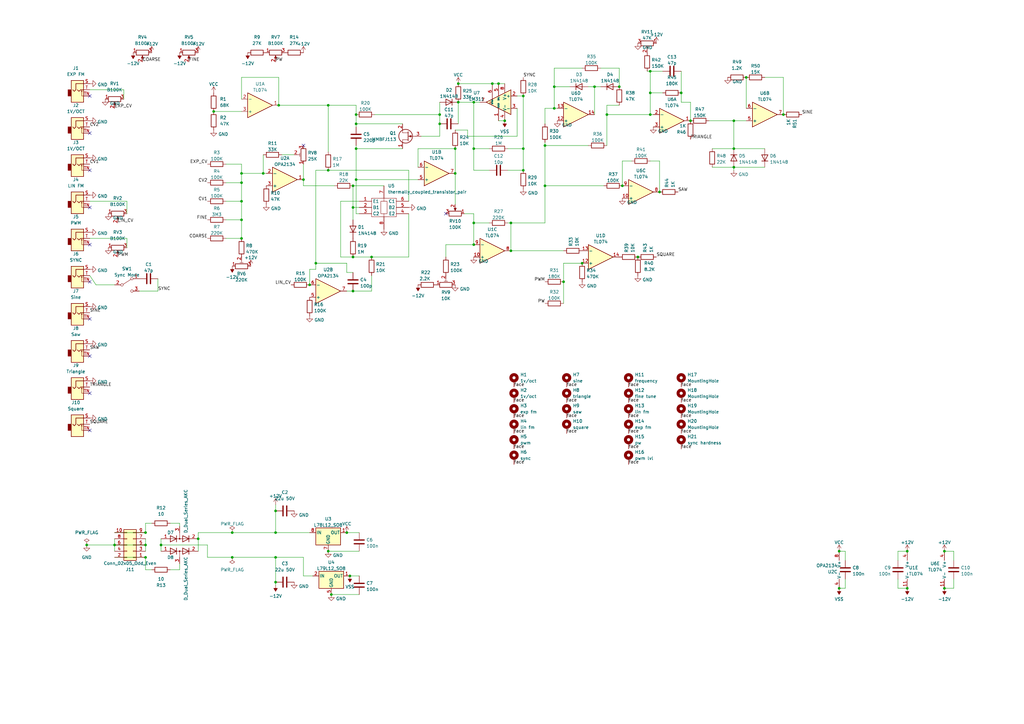
<source format=kicad_sch>
(kicad_sch (version 20230121) (generator eeschema)
  (paper "A3")
  (junction (at 387.35 241.3))
  (junction (at 227.33 35.56))
  (junction (at 186.69 60.96))
  (junction (at 144.78 85.09))
  (junction (at 152.4 105.41))
  (junction (at 107.95 71.12))
  (junction (at 223.52 76.2))
  (junction (at 321.31 46.99))
  (junction (at 227.33 44.45))
  (junction (at 266.7 38.1))
  (junction (at 81.28 220.98))
  (junction (at 134.62 226.06))
  (junction (at 59.69 223.52))
  (junction (at 194.31 60.96))
  (junction (at 214.63 60.96))
  (junction (at 214.63 69.85))
  (junction (at 209.55 91.44))
  (junction (at 134.62 43.18))
  (junction (at 59.69 218.44))
  (junction (at 114.3 43.18))
  (junction (at 144.78 76.2))
  (junction (at 344.17 226.06))
  (junction (at 194.31 100.33))
  (junction (at 99.06 97.79))
  (junction (at 95.25 228.6))
  (junction (at 300.99 49.53))
  (junction (at 144.78 119.38))
  (junction (at 180.34 50.8))
  (junction (at 99.06 71.12))
  (junction (at 387.35 226.06))
  (junction (at 146.05 60.96))
  (junction (at 135.89 243.84))
  (junction (at 266.7 29.21))
  (junction (at 204.47 34.29))
  (junction (at 146.05 46.99))
  (junction (at 254 35.56))
  (junction (at 113.03 218.44))
  (junction (at 180.34 46.99))
  (junction (at 127 116.84))
  (junction (at 113.03 228.6))
  (junction (at 187.96 41.91))
  (junction (at 59.69 228.6))
  (junction (at 99.06 90.17))
  (junction (at 270.51 78.74))
  (junction (at 113.03 238.76))
  (junction (at 144.78 105.41))
  (junction (at 300.99 68.58))
  (junction (at 46.99 223.52))
  (junction (at 142.24 218.44))
  (junction (at 124.46 73.66))
  (junction (at 87.63 45.72))
  (junction (at 238.76 107.95))
  (junction (at 99.06 82.55))
  (junction (at 243.84 35.56))
  (junction (at 143.51 236.22))
  (junction (at 372.11 241.3))
  (junction (at 214.63 39.37))
  (junction (at 187.96 34.29))
  (junction (at 223.52 59.69))
  (junction (at 248.92 46.99))
  (junction (at 129.54 107.95))
  (junction (at 146.05 73.66))
  (junction (at 261.62 105.41))
  (junction (at 186.69 71.12))
  (junction (at 194.31 91.44))
  (junction (at 255.27 76.2))
  (junction (at 300.99 60.96))
  (junction (at 95.25 218.44))
  (junction (at 207.01 49.53))
  (junction (at 306.07 31.75))
  (junction (at 201.93 34.29))
  (junction (at 266.7 46.99))
  (junction (at 35.56 223.52))
  (junction (at 372.11 226.06))
  (junction (at 99.06 74.93))
  (junction (at 134.62 69.85))
  (junction (at 283.21 49.53))
  (junction (at 146.05 50.8))
  (junction (at 66.04 223.52))
  (junction (at 279.4 38.1))
  (junction (at 194.31 41.91))
  (junction (at 344.17 241.3))
  (junction (at 209.55 102.87))
  (junction (at 113.03 209.55))
  (junction (at 231.14 115.57))
  (no_connect (at 36.83 146.05))
  (no_connect (at 36.83 100.33))
  (no_connect (at 36.83 130.81))
  (no_connect (at 36.83 85.09))
  (no_connect (at 36.83 39.37))
  (no_connect (at 182.88 87.63))
  (no_connect (at 36.83 176.53))
  (no_connect (at 36.83 115.57))
  (no_connect (at 124.46 59.69))
  (no_connect (at 36.83 69.85))
  (no_connect (at 36.83 54.61))
  (no_connect (at 36.83 161.29))
  (wire (pts (xy 59.69 233.68) (xy 59.69 228.6)))
  (wire (pts (xy 36.83 82.55) (xy 52.07 82.55)))
  (wire (pts (xy 134.62 43.18) (xy 114.3 43.18)))
  (wire (pts (xy 144.78 105.41) (xy 152.4 105.41)))
  (wire (pts (xy 129.54 110.49) (xy 127 110.49)))
  (wire (pts (xy 134.62 226.06) (xy 147.32 226.06)))
  (wire (pts (xy 127 110.49) (xy 127 116.84)))
  (wire (pts (xy 186.69 60.96) (xy 186.69 71.12)))
  (wire (pts (xy 146.05 50.8) (xy 146.05 46.99)))
  (wire (pts (xy 73.66 214.63) (xy 73.66 215.9)))
  (wire (pts (xy 204.47 34.29) (xy 207.01 34.29)))
  (wire (pts (xy 248.92 43.18) (xy 254 43.18)))
  (wire (pts (xy 107.95 71.12) (xy 109.22 71.12)))
  (wire (pts (xy 233.68 35.56) (xy 227.33 35.56)))
  (wire (pts (xy 36.83 36.83) (xy 50.8 36.83)))
  (wire (pts (xy 368.3 241.3) (xy 372.11 241.3)))
  (wire (pts (xy 152.4 105.41) (xy 167.64 105.41)))
  (wire (pts (xy 144.78 111.76) (xy 142.24 111.76)))
  (wire (pts (xy 279.4 41.91) (xy 283.21 41.91)))
  (wire (pts (xy 182.88 105.41) (xy 182.88 100.33)))
  (wire (pts (xy 180.34 55.88) (xy 172.72 55.88)))
  (wire (pts (xy 212.09 55.88) (xy 191.77 55.88)))
  (wire (pts (xy 39.37 116.84) (xy 46.99 116.84)))
  (wire (pts (xy 39.37 116.84) (xy 36.83 113.03)))
  (wire (pts (xy 209.55 91.44) (xy 209.55 102.87)))
  (wire (pts (xy 134.62 69.85) (xy 129.54 69.85)))
  (wire (pts (xy 279.4 38.1) (xy 279.4 41.91)))
  (wire (pts (xy 36.83 97.79) (xy 52.07 97.79)))
  (wire (pts (xy 306.07 31.75) (xy 306.07 44.45)))
  (wire (pts (xy 69.85 214.63) (xy 73.66 214.63)))
  (wire (pts (xy 391.16 226.06) (xy 387.35 226.06)))
  (wire (pts (xy 115.57 63.5) (xy 120.65 63.5)))
  (wire (pts (xy 69.85 233.68) (xy 73.66 233.68)))
  (wire (pts (xy 300.99 49.53) (xy 306.07 49.53)))
  (wire (pts (xy 292.1 68.58) (xy 300.99 68.58)))
  (wire (pts (xy 238.76 27.94) (xy 227.33 27.94)))
  (wire (pts (xy 81.28 218.44) (xy 95.25 218.44)))
  (wire (pts (xy 85.09 228.6) (xy 95.25 228.6)))
  (wire (pts (xy 191.77 53.34) (xy 186.69 53.34)))
  (wire (pts (xy 223.52 76.2) (xy 247.65 76.2)))
  (wire (pts (xy 52.07 97.79) (xy 52.07 101.6)))
  (wire (pts (xy 186.69 71.12) (xy 186.69 83.82)))
  (wire (pts (xy 87.63 45.72) (xy 99.06 45.72)))
  (wire (pts (xy 113.03 238.76) (xy 113.03 240.03)))
  (wire (pts (xy 113.03 218.44) (xy 127 218.44)))
  (wire (pts (xy 270.51 66.04) (xy 266.7 66.04)))
  (wire (pts (xy 254 27.94) (xy 246.38 27.94)))
  (wire (pts (xy 313.69 31.75) (xy 321.31 31.75)))
  (wire (pts (xy 194.31 60.96) (xy 200.66 60.96)))
  (wire (pts (xy 391.16 241.3) (xy 387.35 241.3)))
  (wire (pts (xy 254 35.56) (xy 254 27.94)))
  (wire (pts (xy 227.33 27.94) (xy 227.33 35.56)))
  (wire (pts (xy 231.14 115.57) (xy 231.14 107.95)))
  (wire (pts (xy 62.23 214.63) (xy 59.69 214.63)))
  (wire (pts (xy 167.64 105.41) (xy 167.64 87.63)))
  (wire (pts (xy 144.78 119.38) (xy 152.4 119.38)))
  (wire (pts (xy 142.24 107.95) (xy 129.54 107.95)))
  (wire (pts (xy 214.63 39.37) (xy 214.63 60.96)))
  (wire (pts (xy 81.28 218.44) (xy 81.28 220.98)))
  (wire (pts (xy 92.71 97.79) (xy 99.06 97.79)))
  (wire (pts (xy 92.71 82.55) (xy 99.06 82.55)))
  (wire (pts (xy 146.05 73.66) (xy 171.45 73.66)))
  (wire (pts (xy 62.23 233.68) (xy 59.69 233.68)))
  (wire (pts (xy 85.09 223.52) (xy 85.09 228.6)))
  (wire (pts (xy 129.54 69.85) (xy 129.54 107.95)))
  (wire (pts (xy 144.78 76.2) (xy 144.78 85.09)))
  (wire (pts (xy 99.06 71.12) (xy 107.95 71.12)))
  (wire (pts (xy 147.32 82.55) (xy 139.7 82.55)))
  (wire (pts (xy 270.51 78.74) (xy 270.51 66.04)))
  (wire (pts (xy 46.99 228.6) (xy 59.69 228.6)))
  (wire (pts (xy 191.77 55.88) (xy 191.77 53.34)))
  (wire (pts (xy 266.7 29.21) (xy 271.78 29.21)))
  (wire (pts (xy 128.27 236.22) (xy 124.46 236.22)))
  (wire (pts (xy 137.16 76.2) (xy 124.46 76.2)))
  (wire (pts (xy 99.06 90.17) (xy 99.06 97.79)))
  (wire (pts (xy 187.96 41.91) (xy 187.96 50.8)))
  (wire (pts (xy 190.5 87.63) (xy 194.31 87.63)))
  (wire (pts (xy 290.83 49.53) (xy 300.99 49.53)))
  (wire (pts (xy 147.32 87.63) (xy 146.05 87.63)))
  (wire (pts (xy 92.71 74.93) (xy 99.06 74.93)))
  (wire (pts (xy 99.06 67.31) (xy 99.06 71.12)))
  (wire (pts (xy 146.05 43.18) (xy 134.62 43.18)))
  (wire (pts (xy 300.99 68.58) (xy 313.69 68.58)))
  (wire (pts (xy 194.31 41.91) (xy 196.85 41.91)))
  (wire (pts (xy 113.03 228.6) (xy 113.03 238.76)))
  (wire (pts (xy 99.06 71.12) (xy 99.06 74.93)))
  (wire (pts (xy 194.31 69.85) (xy 194.31 60.96)))
  (wire (pts (xy 214.63 60.96) (xy 214.63 69.85)))
  (wire (pts (xy 142.24 119.38) (xy 144.78 119.38)))
  (wire (pts (xy 201.93 34.29) (xy 204.47 34.29)))
  (wire (pts (xy 66.04 223.52) (xy 85.09 223.52)))
  (wire (pts (xy 227.33 35.56) (xy 227.33 44.45)))
  (wire (pts (xy 99.06 31.75) (xy 114.3 31.75)))
  (wire (pts (xy 187.96 41.91) (xy 194.31 41.91)))
  (wire (pts (xy 59.69 214.63) (xy 59.69 218.44)))
  (wire (pts (xy 212.09 44.45) (xy 212.09 55.88)))
  (wire (pts (xy 64.77 119.38) (xy 64.77 114.3)))
  (wire (pts (xy 346.71 237.49) (xy 346.71 241.3)))
  (wire (pts (xy 391.16 237.49) (xy 391.16 241.3)))
  (wire (pts (xy 391.16 229.87) (xy 391.16 226.06)))
  (wire (pts (xy 73.66 233.68) (xy 73.66 231.14)))
  (wire (pts (xy 248.92 46.99) (xy 266.7 46.99)))
  (wire (pts (xy 368.3 226.06) (xy 372.11 226.06)))
  (wire (pts (xy 124.46 236.22) (xy 124.46 228.6)))
  (wire (pts (xy 46.99 220.98) (xy 46.99 223.52)))
  (wire (pts (xy 171.45 68.58) (xy 171.45 60.96)))
  (wire (pts (xy 152.4 119.38) (xy 152.4 113.03)))
  (wire (pts (xy 153.67 46.99) (xy 180.34 46.99)))
  (wire (pts (xy 113.03 209.55) (xy 113.03 218.44)))
  (wire (pts (xy 187.96 34.29) (xy 201.93 34.29)))
  (wire (pts (xy 241.3 59.69) (xy 223.52 59.69)))
  (wire (pts (xy 99.06 74.93) (xy 99.06 82.55)))
  (wire (pts (xy 194.31 87.63) (xy 194.31 91.44)))
  (wire (pts (xy 283.21 41.91) (xy 283.21 49.53)))
  (wire (pts (xy 146.05 60.96) (xy 165.1 60.96)))
  (wire (pts (xy 227.33 44.45) (xy 228.6 44.45)))
  (wire (pts (xy 171.45 60.96) (xy 186.69 60.96)))
  (wire (pts (xy 46.99 223.52) (xy 46.99 226.06)))
  (wire (pts (xy 52.07 82.55) (xy 52.07 87.63)))
  (wire (pts (xy 368.3 229.87) (xy 368.3 226.06)))
  (wire (pts (xy 134.62 62.23) (xy 134.62 43.18)))
  (wire (pts (xy 300.99 68.58) (xy 300.99 69.85)))
  (wire (pts (xy 46.99 218.44) (xy 59.69 218.44)))
  (wire (pts (xy 243.84 35.56) (xy 246.38 35.56)))
  (wire (pts (xy 142.24 218.44) (xy 147.32 218.44)))
  (wire (pts (xy 209.55 102.87) (xy 231.14 102.87)))
  (wire (pts (xy 248.92 59.69) (xy 248.92 46.99)))
  (wire (pts (xy 95.25 218.44) (xy 113.03 218.44)))
  (wire (pts (xy 243.84 35.56) (xy 243.84 46.99)))
  (wire (pts (xy 223.52 58.42) (xy 223.52 59.69)))
  (wire (pts (xy 204.47 49.53) (xy 207.01 49.53)))
  (wire (pts (xy 66.04 223.52) (xy 66.04 226.06)))
  (wire (pts (xy 95.25 228.6) (xy 113.03 228.6)))
  (wire (pts (xy 248.92 46.99) (xy 248.92 43.18)))
  (wire (pts (xy 135.89 243.84) (xy 147.32 243.84)))
  (wire (pts (xy 214.63 69.85) (xy 208.28 69.85)))
  (wire (pts (xy 321.31 31.75) (xy 321.31 46.99)))
  (wire (pts (xy 113.03 207.01) (xy 113.03 209.55)))
  (wire (pts (xy 265.43 29.21) (xy 266.7 29.21)))
  (wire (pts (xy 57.15 119.38) (xy 64.77 119.38)))
  (wire (pts (xy 146.05 60.96) (xy 146.05 73.66)))
  (wire (pts (xy 50.8 36.83) (xy 50.8 40.64)))
  (wire (pts (xy 146.05 50.8) (xy 165.1 50.8)))
  (wire (pts (xy 35.56 223.52) (xy 46.99 223.52)))
  (wire (pts (xy 208.28 91.44) (xy 209.55 91.44)))
  (wire (pts (xy 194.31 91.44) (xy 200.66 91.44)))
  (wire (pts (xy 144.78 85.09) (xy 144.78 90.17)))
  (wire (pts (xy 300.99 60.96) (xy 313.69 60.96)))
  (wire (pts (xy 346.71 229.87) (xy 346.71 226.06)))
  (wire (pts (xy 266.7 29.21) (xy 266.7 38.1)))
  (wire (pts (xy 139.7 105.41) (xy 144.78 105.41)))
  (wire (pts (xy 167.64 69.85) (xy 134.62 69.85)))
  (wire (pts (xy 346.71 226.06) (xy 344.17 226.06)))
  (wire (pts (xy 107.95 63.5) (xy 107.95 71.12)))
  (wire (pts (xy 157.48 76.2) (xy 144.78 76.2)))
  (wire (pts (xy 279.4 29.21) (xy 279.4 38.1)))
  (wire (pts (xy 142.24 111.76) (xy 142.24 107.95)))
  (wire (pts (xy 146.05 59.69) (xy 146.05 60.96)))
  (wire (pts (xy 266.7 46.99) (xy 267.97 46.99)))
  (wire (pts (xy 124.46 67.31) (xy 124.46 73.66)))
  (wire (pts (xy 99.06 40.64) (xy 99.06 31.75)))
  (wire (pts (xy 200.66 69.85) (xy 194.31 69.85)))
  (wire (pts (xy 113.03 228.6) (xy 124.46 228.6)))
  (wire (pts (xy 231.14 115.57) (xy 231.14 124.46)))
  (wire (pts (xy 180.34 46.99) (xy 180.34 50.8)))
  (wire (pts (xy 167.64 82.55) (xy 167.64 69.85)))
  (wire (pts (xy 139.7 82.55) (xy 139.7 105.41)))
  (wire (pts (xy 99.06 82.55) (xy 99.06 90.17)))
  (wire (pts (xy 146.05 46.99) (xy 146.05 43.18)))
  (wire (pts (xy 241.3 35.56) (xy 243.84 35.56)))
  (wire (pts (xy 223.52 76.2) (xy 223.52 91.44)))
  (wire (pts (xy 223.52 44.45) (xy 227.33 44.45)))
  (wire (pts (xy 223.52 59.69) (xy 223.52 76.2)))
  (wire (pts (xy 266.7 38.1) (xy 271.78 38.1)))
  (wire (pts (xy 194.31 91.44) (xy 194.31 100.33)))
  (wire (pts (xy 81.28 220.98) (xy 81.28 226.06)))
  (wire (pts (xy 266.7 38.1) (xy 266.7 46.99)))
  (wire (pts (xy 255.27 66.04) (xy 255.27 76.2)))
  (wire (pts (xy 259.08 66.04) (xy 255.27 66.04)))
  (wire (pts (xy 59.69 223.52) (xy 59.69 226.06)))
  (wire (pts (xy 66.04 220.98) (xy 66.04 223.52)))
  (wire (pts (xy 292.1 60.96) (xy 300.99 60.96)))
  (wire (pts (xy 182.88 100.33) (xy 194.31 100.33)))
  (wire (pts (xy 147.32 85.09) (xy 144.78 85.09)))
  (wire (pts (xy 92.71 90.17) (xy 99.06 90.17)))
  (wire (pts (xy 231.14 107.95) (xy 238.76 107.95)))
  (wire (pts (xy 346.71 241.3) (xy 344.17 241.3)))
  (wire (pts (xy 146.05 73.66) (xy 146.05 87.63)))
  (wire (pts (xy 59.69 220.98) (xy 59.69 223.52)))
  (wire (pts (xy 223.52 50.8) (xy 223.52 44.45)))
  (wire (pts (xy 368.3 237.49) (xy 368.3 241.3)))
  (wire (pts (xy 212.09 39.37) (xy 214.63 39.37)))
  (wire (pts (xy 208.28 60.96) (xy 214.63 60.96)))
  (wire (pts (xy 194.31 60.96) (xy 194.31 41.91)))
  (wire (pts (xy 129.54 107.95) (xy 129.54 110.49)))
  (wire (pts (xy 146.05 52.07) (xy 146.05 50.8)))
  (wire (pts (xy 143.51 236.22) (xy 147.32 236.22)))
  (wire (pts (xy 59.69 223.52) (xy 46.99 223.52)))
  (wire (pts (xy 114.3 31.75) (xy 114.3 43.18)))
  (wire (pts (xy 300.99 49.53) (xy 300.99 60.96)))
  (wire (pts (xy 180.34 50.8) (xy 180.34 55.88)))
  (wire (pts (xy 124.46 76.2) (xy 124.46 73.66)))
  (wire (pts (xy 180.34 41.91) (xy 180.34 46.99)))
  (wire (pts (xy 223.52 91.44) (xy 209.55 91.44)))
  (wire (pts (xy 92.71 67.31) (xy 99.06 67.31)))
  (label "face" (at 279.4 177.8 0))
  (label "COARSE" (at 58.42 25.4 0))
  (label "face" (at 279.4 165.1 0))
  (label "CV1" (at 36.83 67.31 0))
  (label "face" (at 232.41 171.45 0))
  (label "TRIANGLE" (at 36.83 158.75 0))
  (label "EXP_CV" (at 46.99 44.45 0))
  (label "PWM" (at 223.52 115.57 180))
  (label "face" (at 232.41 165.1 0))
  (label "SINE" (at 36.83 128.27 0))
  (label "SINE" (at 328.93 46.99 0))
  (label "TRIANGLE" (at 283.21 57.15 0))
  (label "face" (at 279.4 184.15 0))
  (label "face" (at 257.81 171.45 0))
  (label "SYNC" (at 214.63 31.75 0))
  (label "LIN_CV" (at 119.38 116.84 180))
  (label "face" (at 257.81 184.15 0))
  (label "face" (at 279.4 158.75 0))
  (label "SAW" (at 278.13 78.74 0))
  (label "face" (at 279.4 171.45 0))
  (label "SAW" (at 36.83 143.51 0))
  (label "CV1" (at 85.09 82.55 180))
  (label "face" (at 210.82 190.5 0))
  (label "face" (at 232.41 177.8 0))
  (label "PW" (at 113.03 25.4 0))
  (label "FINE" (at 77.47 25.4 0))
  (label "face" (at 210.82 177.8 0))
  (label "CV2" (at 85.09 74.93 180))
  (label "SYNC" (at 64.77 119.38 0))
  (label "PWM" (at 48.26 105.41 0))
  (label "FINE" (at 85.09 90.17 180))
  (label "face" (at 210.82 165.1 0))
  (label "SQUARE" (at 269.24 105.41 0))
  (label "face" (at 232.41 158.75 0))
  (label "face" (at 257.81 190.5 0))
  (label "face" (at 210.82 184.15 0))
  (label "EXP_CV" (at 85.09 67.31 180))
  (label "face" (at 257.81 177.8 0))
  (label "PW" (at 223.52 124.46 180))
  (label "face" (at 257.81 158.75 0))
  (label "face" (at 210.82 171.45 0))
  (label "COARSE" (at 85.09 97.79 180))
  (label "face" (at 210.82 158.75 0))
  (label "SQUARE" (at 36.83 173.99 0))
  (label "LIN_CV" (at 48.26 91.44 0))
  (label "face" (at 257.81 165.1 0))
  (label "CV2" (at 36.83 52.07 0))
  (symbol (lib_id "Device:R") (at 223.52 54.61 0) (unit 1)
    (property "Reference" "R30" (at 225.298 53.7753 0) (effects (justify left)))
    (property "Value" "100K" (at 225.298 56.3122 0) (effects (justify left)))
    (property "Footprint" "Resistor_SMD:R_0805_2012Metric" (effects hide))
  )
  (symbol (lib_id "Device:R") (at 265.43 25.4 180) (unit 1)
    (property "Reference" "R42" (at 267.208 24.5653 0) (effects (justify right)))
    (property "Value" "150K" (at 267.208 27.1022 0) (effects (justify right)))
    (property "Footprint" "Resistor_SMD:R_0805_2012Metric" (effects hide))
  )
  (symbol (lib_id "power:GND") (at 36.83 95.25 90) (unit 1)
    (property "Reference" "#PWR05" (effects hide))
    (property "Value" "GND" (at 40.005 95.6838 90) (effects (justify right)))
  )
  (symbol (lib_id "Connector_Audio:AudioJack2_SwitchT") (at 31.75 67.31 0) (unit 1)
    (property "Reference" "J3" (at 31.115 58.42 0))
    (property "Value" "1V/OCT" (at 31.115 60.96 0))
    (property "Footprint" "Eurorack:AudioJack2_Tayda_A-2566" (effects hide))
    (property "Vendor" "Tayda" (effects hide))
    (property "PartNum" "A-2566" (effects hide))
  )
  (symbol (lib_id "Regulator_Linear:L78L12_SO8") (at 134.62 218.44 0) (unit 1)
    (property "Reference" "U3" (at 134.62 212.8352 0))
    (property "Value" "L78L12_SO8" (at 134.62 215.3721 0))
    (property "Footprint" "Package_SO:SOIC-8_3.9x4.9mm_P1.27mm" (effects hide))
    (property "Datasheet" "http://www.st.com/content/ccc/resource/technical/document/datasheet/15/55/e5/aa/23/5b/43/fd/CD00000446.pdf/files/CD00000446.pdf/jcr:content/translations/en.CD00000446.pdf" (effects hide))
    (property "Vendor" "Mouser" (effects hide))
    (property "PartNum" "863-NCV78L12ABDR2G" (effects hide))
  )
  (symbol (lib_id "Device:D") (at 313.69 64.77 90) (unit 1)
    (property "Reference" "D6" (at 315.722 63.9353 90) (effects (justify right)))
    (property "Value" "1N4148" (at 315.722 66.4722 90) (effects (justify right)))
    (property "Footprint" "Diode_SMD:D_SOD-323_HandSoldering" (effects hide))
    (property "Sim.Device" "D" (effects hide))
    (property "Sim.Pins" "1=K 2=A" (effects hide))
  )
  (symbol (lib_id "Amplifier_Operational:TL074") (at 236.22 46.99 0) (mirror x) (unit 4)
    (property "Reference" "U6" (at 236.22 38.2102 0))
    (property "Value" "TL074" (at 236.22 40.7471 0))
    (property "Footprint" "Package_SO:SOIC-14_3.9x8.7mm_P1.27mm" (effects hide))
    (property "Datasheet" "http://www.ti.com/lit/ds/symlink/tl071.pdf" (effects hide))
    (property "Vendor" "Mouser" (effects hide))
    (property "PartNum" "595-TL074CDR" (effects hide))
  )
  (symbol (lib_id "Device:R") (at 140.97 76.2 270) (unit 1)
    (property "Reference" "R18" (at 140.97 71.4842 90))
    (property "Value" "22K" (at 140.97 74.0211 90))
    (property "Footprint" "Resistor_SMD:R_0805_2012Metric" (effects hide))
  )
  (symbol (lib_id "Eurorack:MountingHole_Pad_Output") (at 232.41 175.26 0) (unit 1) (in_bom no)
    (property "Reference" "H10" (at 234.95 172.72 0) (effects (justify left)))
    (property "Value" "square" (at 234.95 175.26 0) (effects (justify left)))
    (property "Footprint" "Eurorack:Mech-AudioJack-Hole-Output" (effects hide))
  )
  (symbol (lib_id "Mechanical:MountingHole_Pad") (at 210.82 181.61 0) (unit 1) (in_bom no)
    (property "Reference" "H5" (at 213.36 179.07 0) (effects (justify left)))
    (property "Value" "pwm" (at 213.36 181.61 0) (effects (justify left)))
    (property "Footprint" "Eurorack:Mech-AudioJack-Hole-Input-CV" (effects hide))
  )
  (symbol (lib_id "Mechanical:MountingHole_Pad") (at 210.82 187.96 0) (unit 1) (in_bom no)
    (property "Reference" "H6" (at 213.36 185.42 0) (effects (justify left)))
    (property "Value" "sync" (at 213.36 187.96 0) (effects (justify left)))
    (property "Footprint" "Eurorack:Mech-AudioJack-Hole-Input-Clock" (effects hide))
  )
  (symbol (lib_id "power:GND") (at 186.69 116.84 0) (unit 1)
    (property "Reference" "#PWR045" (effects hide))
    (property "Value" "GND" (at 188.595 118.5438 0) (effects (justify left)))
  )
  (symbol (lib_id "Amplifier_Operational:TL074") (at 374.65 233.68 0) (unit 5)
    (property "Reference" "U1" (at 372.745 232.8453 0) (effects (justify left)))
    (property "Value" "TL074" (at 372.745 235.3822 0) (effects (justify left)))
    (property "Footprint" "Package_SO:SOIC-14_3.9x8.7mm_P1.27mm" (effects hide))
    (property "Datasheet" "http://www.ti.com/lit/ds/symlink/tl071.pdf" (effects hide))
    (property "Vendor" "Mouser" (effects hide))
    (property "PartNum" "595-TL074CDR" (effects hide))
  )
  (symbol (lib_id "power:VSS") (at 344.17 241.3 180) (unit 1)
    (property "Reference" "#PWR037" (effects hide))
    (property "Value" "VSS" (at 344.17 245.7434 0))
  )
  (symbol (lib_id "Device:C") (at 146.05 55.88 180) (unit 1)
    (property "Reference" "C5" (at 148.971 55.0453 0) (effects (justify right)))
    (property "Value" "220p" (at 148.971 57.5822 0) (effects (justify right)))
    (property "Footprint" "Capacitor_SMD:C_0805_2012Metric" (effects hide))
  )
  (symbol (lib_id "power:GND") (at 87.63 53.34 0) (unit 1)
    (property "Reference" "#PWR021" (effects hide))
    (property "Value" "GND" (at 89.535 55.0438 0) (effects (justify left)))
  )
  (symbol (lib_id "power:GND") (at 36.83 156.21 90) (unit 1)
    (property "Reference" "#PWR09" (effects hide))
    (property "Value" "GND" (at 40.005 156.6438 90) (effects (justify right)))
  )
  (symbol (lib_id "Mechanical:MountingHole_Pad") (at 257.81 181.61 0) (unit 1) (in_bom no)
    (property "Reference" "H15" (at 260.35 179.07 0) (effects (justify left)))
    (property "Value" "pw" (at 260.35 181.61 0) (effects (justify left)))
    (property "Footprint" "Eurorack:Mech-Potentiometer-Hole_pan" (effects hide))
  )
  (symbol (lib_id "Device:R") (at 149.86 46.99 90) (unit 1)
    (property "Reference" "R20" (at 149.86 42.2742 90))
    (property "Value" "100K" (at 149.86 44.8111 90))
    (property "Footprint" "Resistor_SMD:R_0805_2012Metric" (effects hide))
  )
  (symbol (lib_id "power:GND") (at 261.62 113.03 0) (unit 1)
    (property "Reference" "#PWR054" (effects hide))
    (property "Value" "GND" (at 263.525 114.7338 0) (effects (justify left)))
  )
  (symbol (lib_id "power:GND") (at 36.83 80.01 90) (unit 1)
    (property "Reference" "#PWR04" (effects hide))
    (property "Value" "GND" (at 40.005 80.4438 90) (effects (justify right)))
  )
  (symbol (lib_id "power:VSS") (at 207.01 49.53 180) (unit 1)
    (property "Reference" "#PWR048" (effects hide))
    (property "Value" "VSS" (at 207.01 53.9734 0))
  )
  (symbol (lib_id "Amplifier_Operational:OPA2134") (at 116.84 73.66 0) (mirror x) (unit 1)
    (property "Reference" "U2" (at 116.84 64.8802 0))
    (property "Value" "OPA2134" (at 116.84 67.4171 0))
    (property "Footprint" "Package_SO:SO-8_3.9x4.9mm_P1.27mm" (effects hide))
    (property "Datasheet" "http://www.ti.com/lit/ds/symlink/opa134.pdf" (effects hide))
    (property "Vendor" "Mouser" (effects hide))
    (property "PartNum" "595-OPA2134UA/2K5" (effects hide))
  )
  (symbol (lib_id "Eurorack:thermally_coupled_transistor_pair") (at 152.4 93.98 0) (unit 1)
    (property "Reference" "U5" (at 159.1311 76.2 0) (effects (justify left)))
    (property "Value" "thermally_coupled_transistor_pair" (at 159.1311 78.74 0) (effects (justify left)))
    (property "Footprint" "Eurorack:SOT457+thermco_resistor" (effects hide))
    (property "Vendor" "Mouser --and-- Thonk" (effects hide))
    (property "PartNum" "771-BCM847DS135 --and-- LT16S102F33" (effects hide))
  )
  (symbol (lib_id "power:GND") (at 36.83 64.77 90) (unit 1)
    (property "Reference" "#PWR03" (effects hide))
    (property "Value" "GND" (at 40.005 65.2038 90) (effects (justify right)))
  )
  (symbol (lib_id "power:GND") (at 228.6 49.53 0) (unit 1)
    (property "Reference" "#PWR050" (effects hide))
    (property "Value" "GND" (at 230.505 51.2338 0) (effects (justify left)))
  )
  (symbol (lib_id "power:GND") (at 36.83 49.53 90) (unit 1)
    (property "Reference" "#PWR02" (effects hide))
    (property "Value" "GND" (at 40.005 49.9638 90) (effects (justify right)))
  )
  (symbol (lib_id "Device:C") (at 116.84 238.76 90) (unit 1)
    (property "Reference" "C3" (at 116.84 231.14 90))
    (property "Value" "22u 50V" (at 116.84 233.68 90))
    (property "Footprint" "Capacitor_THT:CP_Radial_D5.0mm_P2.50mm" (effects hide))
  )
  (symbol (lib_id "power:GND") (at 120.65 209.55 0) (unit 1)
    (property "Reference" "#PWR028" (effects hide))
    (property "Value" "GND" (at 122.555 211.2538 0) (effects (justify left)))
  )
  (symbol (lib_id "Device:R") (at 275.59 38.1 90) (unit 1)
    (property "Reference" "R45" (at 275.59 31.75 90))
    (property "Value" "180K" (at 275.59 34.29 90))
    (property "Footprint" "Resistor_SMD:R_0805_2012Metric" (effects hide))
  )
  (symbol (lib_id "Mechanical:MountingHole_Pad") (at 257.81 156.21 0) (unit 1) (in_bom no)
    (property "Reference" "H11" (at 260.35 153.67 0) (effects (justify left)))
    (property "Value" "frequency" (at 260.35 156.21 0) (effects (justify left)))
    (property "Footprint" "Eurorack:Mech-Potentiometer-Hole_level" (effects hide))
  )
  (symbol (lib_id "Device:R") (at 105.41 21.59 90) (unit 1)
    (property "Reference" "R9" (at 105.41 15.24 90))
    (property "Value" "27K" (at 105.41 17.78 90))
    (property "Footprint" "Resistor_SMD:R_0805_2012Metric" (effects hide))
  )
  (symbol (lib_id "Device:R") (at 88.9 74.93 90) (unit 1)
    (property "Reference" "R4" (at 88.9 70.2142 90))
    (property "Value" "100K" (at 88.9 72.7511 90))
    (property "Footprint" "Resistor_SMD:R_0805_2012Metric" (effects hide))
  )
  (symbol (lib_id "Device:C") (at 204.47 69.85 270) (unit 1)
    (property "Reference" "C12" (at 204.47 63.9912 90))
    (property "Value" "10p" (at 204.47 66.5281 90))
    (property "Footprint" "Capacitor_SMD:C_0805_2012Metric" (effects hide))
  )
  (symbol (lib_id "Connector_Generic:Conn_02x05_Odd_Even") (at 54.61 223.52 180) (unit 1)
    (property "Reference" "J11" (at 53.34 233.5698 0))
    (property "Value" "Conn_02x05_Odd_Even" (at 53.34 231.0329 0))
    (property "Footprint" "Eurorack:PinHeader_2x05_P2.54mm_Vertical" (effects hide))
    (property "Vendor" "Tayda" (effects hide))
    (property "PartNum" "A-2939" (effects hide))
  )
  (symbol (lib_id "Mechanical:MountingHole_Pad") (at 210.82 168.91 0) (unit 1) (in_bom no)
    (property "Reference" "H3" (at 213.36 166.37 0) (effects (justify left)))
    (property "Value" "exp fm" (at 213.36 168.91 0) (effects (justify left)))
    (property "Footprint" "Eurorack:Mech-AudioJack-Hole-Input-CV" (effects hide))
  )
  (symbol (lib_id "Mechanical:MountingHole_Pad") (at 210.82 162.56 0) (unit 1) (in_bom no)
    (property "Reference" "H2" (at 213.36 160.02 0) (effects (justify left)))
    (property "Value" "1v/oct" (at 213.36 162.56 0) (effects (justify left)))
    (property "Footprint" "Eurorack:Mech-AudioJack-Hole-Input-Voct" (effects hide))
  )
  (symbol (lib_id "Mechanical:MountingHole_Pad") (at 232.41 168.91 0) (unit 1) (in_bom no)
    (property "Reference" "H9" (at 234.95 166.37 0) (effects (justify left)))
    (property "Value" "saw" (at 234.95 168.91 0) (effects (justify left)))
    (property "Footprint" "Eurorack:Mech-AudioJack-Hole-Output" (effects hide))
  )
  (symbol (lib_id "Device:R") (at 88.9 90.17 90) (unit 1)
    (property "Reference" "R6" (at 88.9 85.4542 90))
    (property "Value" "3M3" (at 88.9 87.9911 90))
    (property "Footprint" "Resistor_SMD:R_0805_2012Metric" (effects hide))
  )
  (symbol (lib_id "power:GND") (at 36.83 34.29 90) (unit 1)
    (property "Reference" "#PWR01" (effects hide))
    (property "Value" "GND" (at 40.005 34.7238 90) (effects (justify right)))
  )
  (symbol (lib_id "Device:R") (at 109.22 80.01 0) (unit 1)
    (property "Reference" "R10" (at 110.998 79.1753 0) (effects (justify left)))
    (property "Value" "47K" (at 110.998 81.7122 0) (effects (justify left)))
    (property "Footprint" "Resistor_SMD:R_0805_2012Metric" (effects hide))
  )
  (symbol (lib_id "Connector_Audio:AudioJack2_SwitchT") (at 31.75 173.99 0) (unit 1)
    (property "Reference" "J10" (at 31.115 165.1 0))
    (property "Value" "Square" (at 31.115 167.64 0))
    (property "Footprint" "Eurorack:AudioJack2_Tayda_A-2566" (effects hide))
    (property "Vendor" "Tayda" (effects hide))
    (property "PartNum" "A-2566" (effects hide))
  )
  (symbol (lib_id "Device:R") (at 66.04 233.68 270) (mirror x) (unit 1)
    (property "Reference" "R13" (at 66.04 240.03 90))
    (property "Value" "10" (at 66.04 237.49 90))
    (property "Footprint" "Resistor_SMD:R_0805_2012Metric" (effects hide))
  )
  (symbol (lib_id "Device:D") (at 184.15 41.91 180) (unit 1)
    (property "Reference" "D2" (at 184.15 36.9402 0))
    (property "Value" "1N4148" (at 184.15 39.4771 0))
    (property "Footprint" "Diode_SMD:D_SOD-323_HandSoldering" (effects hide))
    (property "Sim.Device" "D" (effects hide))
    (property "Sim.Pins" "1=K 2=A" (effects hide))
  )
  (symbol (lib_id "Device:C") (at 144.78 115.57 180) (unit 1)
    (property "Reference" "C4" (at 147.701 114.7353 0) (effects (justify right)))
    (property "Value" "100p" (at 147.701 117.2722 0) (effects (justify right)))
    (property "Footprint" "Capacitor_SMD:C_0805_2012Metric" (effects hide))
  )
  (symbol (lib_id "Device:R_Potentiometer") (at 186.69 87.63 270) (mirror x) (unit 1)
    (property "Reference" "RV10" (at 186.69 90.6764 90))
    (property "Value" "100K" (at 186.69 93.2133 90))
    (property "Footprint" "Potentiometer_THT:Potentiometer_Bourns_3296W_Vertical" (effects hide))
    (property "Vendor" "Tayda" (effects hide))
    (property "PartNum" "A-587" (effects hide))
  )
  (symbol (lib_id "power:GND") (at 214.63 77.47 0) (unit 1)
    (property "Reference" "#PWR049" (effects hide))
    (property "Value" "GND" (at 216.535 79.1738 0) (effects (justify left)))
  )
  (symbol (lib_id "power:GND") (at 120.65 238.76 0) (unit 1)
    (property "Reference" "#PWR029" (effects hide))
    (property "Value" "GND" (at 122.555 240.4638 0) (effects (justify left)))
  )
  (symbol (lib_id "Device:R") (at 227.33 115.57 90) (unit 1)
    (property "Reference" "R31" (at 227.33 110.8542 90))
    (property "Value" "180K" (at 227.33 113.3911 90))
    (property "Footprint" "Resistor_SMD:R_0805_2012Metric" (effects hide))
  )
  (symbol (lib_id "power:+12V") (at 113.03 207.01 0) (mirror y) (unit 1)
    (property "Reference" "#PWR026" (effects hide))
    (property "Value" "+12V" (at 113.03 203.4342 0))
  )
  (symbol (lib_id "Amplifier_Operational:TL074") (at 246.38 105.41 0) (mirror x) (unit 4)
    (property "Reference" "U1" (at 246.38 96.6302 0))
    (property "Value" "TL074" (at 246.38 99.1671 0))
    (property "Footprint" "Package_SO:SOIC-14_3.9x8.7mm_P1.27mm" (effects hide))
    (property "Datasheet" "http://www.ti.com/lit/ds/symlink/tl071.pdf" (effects hide))
    (property "Vendor" "Mouser" (effects hide))
    (property "PartNum" "595-TL074CDR" (effects hide))
  )
  (symbol (lib_id "Device:D") (at 144.78 93.98 90) (unit 1)
    (property "Reference" "D1" (at 146.812 93.1453 90) (effects (justify right)))
    (property "Value" "1N4148" (at 146.812 95.6822 90) (effects (justify right)))
    (property "Footprint" "Diode_SMD:D_SOD-323_HandSoldering" (effects hide))
    (property "Sim.Device" "D" (effects hide))
    (property "Sim.Pins" "1=K 2=A" (effects hide))
  )
  (symbol (lib_id "power:GND") (at 36.83 140.97 90) (unit 1)
    (property "Reference" "#PWR08" (effects hide))
    (property "Value" "GND" (at 40.005 141.4038 90) (effects (justify right)))
  )
  (symbol (lib_id "power:GND") (at 36.83 171.45 90) (unit 1)
    (property "Reference" "#PWR010" (effects hide))
    (property "Value" "GND" (at 40.005 171.8838 90) (effects (justify right)))
  )
  (symbol (lib_id "Device:R") (at 187.96 38.1 180) (unit 1)
    (property "Reference" "R25" (at 189.738 37.2653 0) (effects (justify right)))
    (property "Value" "33K" (at 189.738 39.8022 0) (effects (justify right)))
    (property "Footprint" "Resistor_SMD:R_0805_2012Metric" (effects hide))
  )
  (symbol (lib_id "Device:R") (at 309.88 31.75 90) (unit 1)
    (property "Reference" "R50" (at 309.88 27.0342 90))
    (property "Value" "15K" (at 309.88 29.5711 90))
    (property "Footprint" "Resistor_SMD:R_0805_2012Metric" (effects hide))
  )
  (symbol (lib_id "power:VCC") (at 344.17 226.06 0) (unit 1)
    (property "Reference" "#PWR036" (effects hide))
    (property "Value" "VCC" (at 344.17 222.4842 0))
  )
  (symbol (lib_id "power:-12V") (at 73.66 21.59 0) (mirror x) (unit 1)
    (property "Reference" "#PWR016" (effects hide))
    (property "Value" "-12V" (at 73.66 26.0334 0))
  )
  (symbol (lib_id "Device:R") (at 292.1 64.77 0) (unit 1)
    (property "Reference" "R48" (at 293.878 63.9353 0) (effects (justify left)))
    (property "Value" "22K" (at 293.878 66.4722 0) (effects (justify left)))
    (property "Footprint" "Resistor_SMD:R_0805_2012Metric" (effects hide))
  )
  (symbol (lib_id "power:-12V") (at 113.03 240.03 0) (mirror x) (unit 1)
    (property "Reference" "#PWR027" (effects hide))
    (property "Value" "-12V" (at 113.03 244.4734 0))
  )
  (symbol (lib_id "Device:R_Potentiometer_Trim") (at 182.88 116.84 90) (unit 1)
    (property "Reference" "RV9" (at 182.88 119.8864 90))
    (property "Value" "10K" (at 182.88 122.4233 90))
    (property "Footprint" "Potentiometer_THT:Potentiometer_Bourns_3296W_Vertical" (effects hide))
    (property "Vendor" "Tayda" (effects hide))
    (property "PartNum" "A-586" (effects hide))
  )
  (symbol (lib_id "power:VCC") (at 142.24 218.44 0) (unit 1)
    (property "Reference" "#PWR034" (effects hide))
    (property "Value" "VCC" (at 142.24 214.8642 0))
  )
  (symbol (lib_id "power:GND") (at 134.62 226.06 0) (unit 1)
    (property "Reference" "#PWR032" (effects hide))
    (property "Value" "GND" (at 136.525 227.7638 0) (effects (justify left)))
  )
  (symbol (lib_id "power:GND") (at 167.64 85.09 90) (unit 1)
    (property "Reference" "#PWR041" (effects hide))
    (property "Value" "GND" (at 170.815 85.5238 90) (effects (justify right)))
  )
  (symbol (lib_id "Device:R_Potentiometer") (at 48.26 87.63 90) (mirror x) (unit 1)
    (property "Reference" "RV2" (at 48.26 81.28 90))
    (property "Value" "B100K" (at 48.26 83.82 90))
    (property "Footprint" "Eurorack:Potentiometer_RV16AF-41-15R1" (effects hide))
    (property "Vendor" "Tayda" (effects hide))
    (property "PartNum" "A-2963" (effects hide))
  )
  (symbol (lib_id "Mechanical:MountingHole_Pad") (at 279.4 168.91 0) (unit 1) (in_bom no)
    (property "Reference" "H19" (at 281.94 166.37 0) (effects (justify left)))
    (property "Value" "MountingHole" (at 281.94 168.91 0) (effects (justify left)))
    (property "Footprint" "Eurorack:Mech-MountingHole" (effects hide))
  )
  (symbol (lib_id "Device:C") (at 275.59 29.21 270) (unit 1)
    (property "Reference" "C13" (at 275.59 23.3512 90))
    (property "Value" "47p" (at 275.59 25.8881 90))
    (property "Footprint" "Capacitor_SMD:C_0805_2012Metric" (effects hide))
  )
  (symbol (lib_id "Mechanical:MountingHole_Pad") (at 232.41 156.21 0) (unit 1) (in_bom no)
    (property "Reference" "H7" (at 234.95 153.67 0) (effects (justify left)))
    (property "Value" "sine" (at 234.95 156.21 0) (effects (justify left)))
    (property "Footprint" "Eurorack:Mech-AudioJack-Hole-Output" (effects hide))
  )
  (symbol (lib_id "Connector_Audio:AudioJack2_SwitchT") (at 31.75 82.55 0) (unit 1)
    (property "Reference" "J4" (at 31.115 73.66 0))
    (property "Value" "LIN FM" (at 31.115 76.2 0))
    (property "Footprint" "Eurorack:AudioJack2_Tayda_A-2566" (effects hide))
    (property "Vendor" "Tayda" (effects hide))
    (property "PartNum" "A-2566" (effects hide))
  )
  (symbol (lib_id "power:GND") (at 298.45 31.75 0) (unit 1)
    (property "Reference" "#PWR057" (effects hide))
    (property "Value" "GND" (at 300.355 33.4538 0) (effects (justify left)))
  )
  (symbol (lib_id "power:GND") (at 36.83 125.73 90) (unit 1)
    (property "Reference" "#PWR07" (effects hide))
    (property "Value" "GND" (at 40.005 126.1638 90) (effects (justify right)))
  )
  (symbol (lib_id "Device:D") (at 250.19 35.56 0) (unit 1)
    (property "Reference" "D4" (at 250.19 30.5902 0))
    (property "Value" "1N4148" (at 250.19 33.1271 0))
    (property "Footprint" "Diode_SMD:D_SOD-323_HandSoldering" (effects hide))
    (property "Sim.Device" "D" (effects hide))
    (property "Sim.Pins" "1=K 2=A" (effects hide))
  )
  (symbol (lib_id "power:+12V") (at 62.23 21.59 0) (mirror y) (unit 1)
    (property "Reference" "#PWR015" (effects hide))
    (property "Value" "+12V" (at 62.23 18.0142 0))
  )
  (symbol (lib_id "Device:R") (at 88.9 97.79 90) (unit 1)
    (property "Reference" "R7" (at 88.9 93.0742 90))
    (property "Value" "220K" (at 88.9 95.6111 90))
    (property "Footprint" "Resistor_SMD:R_0805_2012Metric" (effects hide))
  )
  (symbol (lib_id "Device:R") (at 265.43 105.41 270) (unit 1)
    (property "Reference" "R43" (at 264.5953 103.632 0) (effects (justify right)))
    (property "Value" "1K" (at 267.1322 103.632 0) (effects (justify right)))
    (property "Footprint" "Resistor_SMD:R_0805_2012Metric" (effects hide))
  )
  (symbol (lib_id "Device:R") (at 175.26 116.84 270) (unit 1)
    (property "Reference" "R22" (at 176.53 111.76 90) (effects (justify right)))
    (property "Value" "2.2K" (at 176.53 114.3 90) (effects (justify right)))
    (property "Footprint" "Resistor_SMD:R_0805_2012Metric" (effects hide))
  )
  (symbol (lib_id "Device:R_Potentiometer") (at 77.47 21.59 90) (mirror x) (unit 1)
    (property "Reference" "RV5" (at 77.47 15.24 90))
    (property "Value" "B100K" (at 77.47 17.78 90))
    (property "Footprint" "Eurorack:Potentiometer_RV16AF-41-15R1" (effects hide))
    (property "Vendor" "Tayda" (effects hide))
    (property "PartNum" "A-2963" (effects hide))
  )
  (symbol (lib_id "power:PWR_FLAG") (at 95.25 218.44 0) (unit 1)
    (property "Reference" "#FLG01" (effects hide))
    (property "Value" "PWR_FLAG" (at 95.25 214.8642 0))
  )
  (symbol (lib_id "Connector_Audio:AudioJack2_SwitchT") (at 31.75 97.79 0) (unit 1)
    (property "Reference" "J5" (at 31.115 88.9 0))
    (property "Value" "PWM" (at 31.115 91.44 0))
    (property "Footprint" "Eurorack:AudioJack2_Tayda_A-2566" (effects hide))
    (property "Vendor" "Tayda" (effects hide))
    (property "PartNum" "A-2566" (effects hide))
  )
  (symbol (lib_id "Device:D") (at 237.49 35.56 0) (unit 1)
    (property "Reference" "D3" (at 237.49 30.5902 0))
    (property "Value" "1N4148" (at 237.49 33.1271 0))
    (property "Footprint" "Diode_SMD:D_SOD-323_HandSoldering" (effects hide))
    (property "Sim.Device" "D" (effects hide))
    (property "Sim.Pins" "1=K 2=A" (effects hide))
  )
  (symbol (lib_id "power:GND") (at 109.22 83.82 0) (unit 1)
    (property "Reference" "#PWR025" (effects hide))
    (property "Value" "GND" (at 111.125 85.5238 0) (effects (justify left)))
  )
  (symbol (lib_id "Comparator:LM311") (at 204.47 41.91 0) (mirror y) (unit 1)
    (property "Reference" "U7" (at 195.4946 38.0833 0))
    (property "Value" "LM311" (at 195.4946 40.6202 0))
    (property "Footprint" "Package_SO:SOIC-8_3.9x4.9mm_P1.27mm" (effects hide))
    (property "Datasheet" "https://www.st.com/resource/en/datasheet/lm311.pdf" (effects hide))
    (property "Vendor" "Mouser" (effects hide))
    (property "PartNum" "863-LM311DR2G" (effects hide))
  )
  (symbol (lib_id "Device:R") (at 251.46 76.2 90) (unit 1)
    (property "Reference" "R37" (at 251.46 71.4842 90))
    (property "Value" "100K" (at 251.46 74.0211 90))
    (property "Footprint" "Resistor_SMD:R_0805_2012Metric" (effects hide))
  )
  (symbol (lib_id "power:-12V") (at 101.6 21.59 0) (mirror x) (unit 1)
    (property "Reference" "#PWR023" (effects hide))
    (property "Value" "-12V" (at 101.6 26.0334 0))
  )
  (symbol (lib_id "Device:R_Potentiometer_Trim") (at 124.46 63.5 180) (unit 1)
    (property "Reference" "RV8" (at 126.238 62.6653 0) (effects (justify right)))
    (property "Value" "25K" (at 126.238 65.2022 0) (effects (justify right)))
    (property "Footprint" "Potentiometer_THT:Potentiometer_Bourns_3296W_Vertical" (effects hide))
    (property "Vendor" "Tayda" (effects hide))
    (property "PartNum" "A-595" (effects hide))
  )
  (symbol (lib_id "power:GND") (at 194.31 105.41 0) (unit 1)
    (property "Reference" "#PWR047" (effects hide))
    (property "Value" "GND" (at 196.215 107.1138 0) (effects (justify left)))
  )
  (symbol (lib_id "Device:R") (at 234.95 102.87 270) (unit 1)
    (property "Reference" "R33" (at 234.1153 101.092 0) (effects (justify right)))
    (property "Value" "10K" (at 236.6522 101.092 0) (effects (justify right)))
    (property "Footprint" "Resistor_SMD:R_0805_2012Metric" (effects hide))
  )
  (symbol (lib_id "power:VCC") (at 87.63 38.1 0) (unit 1)
    (property "Reference" "#PWR020" (effects hide))
    (property "Value" "VCC" (at 87.63 34.5242 0))
  )
  (symbol (lib_id "Device:C") (at 147.32 240.03 0) (unit 1)
    (property "Reference" "C7" (at 150.241 239.1953 0) (effects (justify left)))
    (property "Value" "100n" (at 150.241 241.7322 0) (effects (justify left)))
    (property "Footprint" "Capacitor_SMD:C_0805_2012Metric" (effects hide))
  )
  (symbol (lib_id "Device:C") (at 184.15 50.8 270) (unit 1)
    (property "Reference" "C11" (at 184.15 44.9412 90))
    (property "Value" "47p" (at 184.15 47.4781 90))
    (property "Footprint" "Capacitor_SMD:C_0805_2012Metric" (effects hide))
  )
  (symbol (lib_id "power:+12V") (at 387.35 226.06 0) (mirror y) (unit 1)
    (property "Reference" "#PWR042" (effects hide))
    (property "Value" "+12V" (at 387.35 222.4842 0))
  )
  (symbol (lib_id "Device:C") (at 147.32 222.25 0) (unit 1)
    (property "Reference" "C6" (at 150.241 221.4153 0) (effects (justify left)))
    (property "Value" "100n" (at 150.241 223.9522 0) (effects (justify left)))
    (property "Footprint" "Capacitor_SMD:C_0805_2012Metric" (effects hide))
  )
  (symbol (lib_id "power:GND") (at 238.76 115.57 0) (unit 1)
    (property "Reference" "#PWR051" (effects hide))
    (property "Value" "GND" (at 240.665 117.2738 0) (effects (justify left)))
  )
  (symbol (lib_id "Amplifier_Operational:OPA2134") (at 134.62 119.38 0) (mirror x) (unit 2)
    (property "Reference" "U2" (at 134.62 110.6002 0))
    (property "Value" "OPA2134" (at 134.62 113.1371 0))
    (property "Footprint" "Package_SO:SO-8_3.9x4.9mm_P1.27mm" (effects hide))
    (property "Datasheet" "http://www.ti.com/lit/ds/symlink/opa134.pdf" (effects hide))
    (property "Vendor" "Mouser" (effects hide))
    (property "PartNum" "595-OPA2134UA/2K5" (effects hide))
  )
  (symbol (lib_id "Mechanical:MountingHole_Pad") (at 232.41 162.56 0) (unit 1) (in_bom no)
    (property "Reference" "H8" (at 234.95 160.02 0) (effects (justify left)))
    (property "Value" "triangle" (at 234.95 162.56 0) (effects (justify left)))
    (property "Footprint" "Eurorack:Mech-AudioJack-Hole-Output" (effects hide))
  )
  (symbol (lib_id "Device:R") (at 254 39.37 0) (unit 1)
    (property "Reference" "R38" (at 256.54 38.1 0) (effects (justify left)))
    (property "Value" "47K" (at 256.54 40.64 0) (effects (justify left)))
    (property "Footprint" "Resistor_SMD:R_0805_2012Metric" (effects hide))
  )
  (symbol (lib_id "Device:R") (at 120.65 21.59 90) (unit 1)
    (property "Reference" "R14" (at 120.65 15.24 90))
    (property "Value" "27K" (at 120.65 17.78 90))
    (property "Footprint" "Resistor_SMD:R_0805_2012Metric" (effects hide))
  )
  (symbol (lib_id "Device:C") (at 116.84 209.55 90) (unit 1)
    (property "Reference" "C2" (at 116.84 201.93 90))
    (property "Value" "22u 50V" (at 116.84 204.47 90))
    (property "Footprint" "Capacitor_THT:CP_Radial_D5.0mm_P2.50mm" (effects hide))
  )
  (symbol (lib_id "Device:R") (at 238.76 111.76 180) (unit 1)
    (property "Reference" "R34" (at 240.538 110.9253 0) (effects (justify right)))
    (property "Value" "470K" (at 240.538 113.4622 0) (effects (justify right)))
    (property "Footprint" "Resistor_SMD:R_0805_2012Metric" (effects hide))
  )
  (symbol (lib_id "power:GND") (at 43.18 40.64 0) (unit 1)
    (property "Reference" "#PWR011" (effects hide))
    (property "Value" "GND" (at 45.085 42.3438 0) (effects (justify left)))
  )
  (symbol (lib_id "Device:R") (at 99.06 101.6 0) (unit 1)
    (property "Reference" "R8" (at 100.838 100.7653 0) (effects (justify left)))
    (property "Value" "470K" (at 100.838 103.3022 0) (effects (justify left)))
    (property "Footprint" "Resistor_SMD:R_0805_2012Metric" (effects hide))
  )
  (symbol (lib_id "Device:R_Potentiometer") (at 46.99 40.64 90) (mirror x) (unit 1)
    (property "Reference" "RV1" (at 46.99 34.29 90))
    (property "Value" "B100K" (at 46.99 36.83 90))
    (property "Footprint" "Eurorack:Potentiometer_RV16AF-41-15R1" (effects hide))
    (property "Vendor" "Tayda" (effects hide))
    (property "PartNum" "A-2963" (effects hide))
  )
  (symbol (lib_id "power:GND") (at 300.99 69.85 0) (unit 1)
    (property "Reference" "#PWR058" (effects hide))
    (property "Value" "GND" (at 302.895 71.5538 0) (effects (justify left)))
  )
  (symbol (lib_id "Device:R") (at 274.32 78.74 270) (unit 1)
    (property "Reference" "R44" (at 273.4853 76.962 0) (effects (justify right)))
    (property "Value" "1K" (at 276.0222 76.962 0) (effects (justify right)))
    (property "Footprint" "Resistor_SMD:R_0805_2012Metric" (effects hide))
  )
  (symbol (lib_id "Amplifier_Operational:TL074") (at 275.59 49.53 0) (mirror x) (unit 1)
    (property "Reference" "U6" (at 275.59 40.7502 0))
    (property "Value" "TL074" (at 275.59 43.2871 0))
    (property "Footprint" "Package_SO:SOIC-14_3.9x8.7mm_P1.27mm" (effects hide))
    (property "Datasheet" "http://www.ti.com/lit/ds/symlink/tl071.pdf" (effects hide))
    (property "Vendor" "Mouser" (effects hide))
    (property "PartNum" "595-TL074CDR" (effects hide))
  )
  (symbol (lib_id "Device:R") (at 66.04 214.63 90) (unit 1)
    (property "Reference" "R12" (at 66.04 208.28 90))
    (property "Value" "10" (at 66.04 210.82 90))
    (property "Footprint" "Resistor_SMD:R_0805_2012Metric" (effects hide))
  )
  (symbol (lib_id "power:-12V") (at 387.35 241.3 0) (mirror x) (unit 1)
    (property "Reference" "#PWR043" (effects hide))
    (property "Value" "-12V" (at 387.35 245.7434 0))
  )
  (symbol (lib_id "Mechanical:MountingHole_Pad") (at 279.4 181.61 0) (unit 1) (in_bom no)
    (property "Reference" "H21" (at 281.94 179.07 0) (effects (justify left)))
    (property "Value" "sync hardness" (at 281.94 181.61 0) (effects (justify left)))
    (property "Footprint" "Eurorack:Mech-2M_Switch-Hole" (effects hide))
  )
  (symbol (lib_id "Device:R") (at 262.89 66.04 90) (unit 1)
    (property "Reference" "R41" (at 262.89 61.3242 90))
    (property "Value" "100K" (at 262.89 63.8611 90))
    (property "Footprint" "Resistor_SMD:R_0805_2012Metric" (effects hide))
  )
  (symbol (lib_id "Device:D_Dual_Series_AKC") (at 73.66 226.06 0) (unit 1)
    (property "Reference" "D8" (at 68.58 228.6 0) (effects (justify left)))
    (property "Value" "D_Dual_Series_AKC" (at 76.2 246.38 90) (effects (justify left)))
    (property "Footprint" "Package_TO_SOT_SMD:SOT-23" (effects hide))
    (property "Vendor" "Mouser" (effects hide))
    (property "PartNum" "863-BAT54SLT1G" (effects hide))
  )
  (symbol (lib_id "Device:R") (at 152.4 109.22 180) (unit 1)
    (property "Reference" "R21" (at 154.178 108.3853 0) (effects (justify right)))
    (property "Value" "10K" (at 154.178 110.9222 0) (effects (justify right)))
    (property "Footprint" "Resistor_SMD:R_0805_2012Metric" (effects hide))
  )
  (symbol (lib_id "Device:R") (at 88.9 67.31 90) (unit 1)
    (property "Reference" "R3" (at 88.9 62.5942 90))
    (property "Value" "100K" (at 88.9 65.1311 90))
    (property "Footprint" "Resistor_SMD:R_0805_2012Metric" (effects hide))
  )
  (symbol (lib_id "Device:R") (at 123.19 116.84 270) (unit 1)
    (property "Reference" "R15" (at 123.19 112.1242 90))
    (property "Value" "100K" (at 123.19 114.6611 90))
    (property "Footprint" "Resistor_SMD:R_0805_2012Metric" (effects hide))
  )
  (symbol (lib_id "Device:C") (at 391.16 233.68 0) (unit 1)
    (property "Reference" "C10" (at 394.081 232.8453 0) (effects (justify left)))
    (property "Value" "100n" (at 394.081 235.3822 0) (effects (justify left)))
    (property "Footprint" "Capacitor_SMD:C_0805_2012Metric" (effects hide))
  )
  (symbol (lib_id "Mechanical:MountingHole_Pad") (at 257.81 162.56 0) (unit 1) (in_bom no)
    (property "Reference" "H12" (at 260.35 160.02 0) (effects (justify left)))
    (property "Value" "fine tune" (at 260.35 162.56 0) (effects (justify left)))
    (property "Footprint" "Eurorack:Mech-Potentiometer-Hole_pan" (effects hide))
  )
  (symbol (lib_id "Device:R") (at 87.63 41.91 180) (unit 1)
    (property "Reference" "R1" (at 90.17 40.64 0) (effects (justify right)))
    (property "Value" "68K" (at 90.17 43.18 0) (effects (justify right)))
    (property "Footprint" "Resistor_SMD:R_0805_2012Metric" (effects hide))
  )
  (symbol (lib_id "Switch:SW_SPDT") (at 52.07 116.84 0) (unit 1)
    (property "Reference" "SW1" (at 52.07 110.2192 0))
    (property "Value" "Sync Mode" (at 52.07 112.7561 0))
    (property "Footprint" "Eurorack:Switch_SPDT_Tayda_A-5751" (effects hide))
    (property "Vendor" "Tayda" (effects hide))
    (property "PartNum" "A-5751" (effects hide))
  )
  (symbol (lib_id "power:GND") (at 36.83 110.49 90) (unit 1)
    (property "Reference" "#PWR06" (effects hide))
    (property "Value" "GND" (at 40.005 110.9238 90) (effects (justify right)))
  )
  (symbol (lib_id "Device:R") (at 261.62 109.22 180) (unit 1)
    (property "Reference" "R40" (at 264.16 107.95 0) (effects (justify right)))
    (property "Value" "8.2K" (at 264.16 110.49 0) (effects (justify right)))
    (property "Footprint" "Resistor_SMD:R_0805_2012Metric" (effects hide))
  )
  (symbol (lib_id "power:GND") (at 35.56 223.52 0) (unit 1)
    (property "Reference" "#PWR018" (effects hide))
    (property "Value" "GND" (at 35.56 228.6 0))
  )
  (symbol (lib_id "Device:R") (at 257.81 105.41 270) (unit 1)
    (property "Reference" "R39" (at 256.9753 103.632 0) (effects (justify right)))
    (property "Value" "10K" (at 259.5122 103.632 0) (effects (justify right)))
    (property "Footprint" "Resistor_SMD:R_0805_2012Metric" (effects hide))
  )
  (symbol (lib_id "Regulator_Linear:L79L12_SO8") (at 135.89 236.22 0) (mirror x) (unit 1)
    (property "Reference" "U4" (at 135.89 230.6152 0))
    (property "Value" "L79L12_SO8" (at 135.89 233.1521 0))
    (property "Footprint" "Package_SO:SOIC-8_3.9x4.9mm_P1.27mm" (effects hide))
    (property "Datasheet" "http://www.farnell.com/datasheets/1827870.pdf" (effects hide))
    (property "Vendor" "Mouser" (effects hide))
    (property "PartNum" "863-MC79L12ABDR2G" (effects hide))
  )
  (symbol (lib_id "Amplifier_Operational:OPA2134") (at 346.71 233.68 0) (unit 3)
    (property "Reference" "U2" (at 343.5351 234.5147 0) (effects (justify right)))
    (property "Value" "OPA2134" (at 343.5351 231.9778 0) (effects (justify right)))
    (property "Footprint" "Package_SO:SO-8_3.9x4.9mm_P1.27mm" (effects hide))
    (property "Datasheet" "http://www.ti.com/lit/ds/symlink/opa134.pdf" (effects hide))
    (property "Vendor" "Mouser" (effects hide))
    (property "PartNum" "595-OPA2134UA/2K5" (effects hide))
  )
  (symbol (lib_id "Mechanical:MountingHole_Pad") (at 279.4 162.56 0) (unit 1) (in_bom no)
    (property "Reference" "H18" (at 281.94 160.02 0) (effects (justify left)))
    (property "Value" "MountingHole" (at 281.94 162.56 0) (effects (justify left)))
    (property "Footprint" "Eurorack:Mech-MountingHole" (effects hide))
  )
  (symbol (lib_id "power:GND") (at 127 129.54 0) (unit 1)
    (property "Reference" "#PWR031" (effects hide))
    (property "Value" "GND" (at 128.905 131.2438 0) (effects (justify left)))
  )
  (symbol (lib_id "power:+12V") (at 102.87 109.22 0) (mirror y) (unit 1)
    (property "Reference" "#PWR024" (effects hide))
    (property "Value" "+12V" (at 102.87 105.6442 0))
  )
  (symbol (lib_id "Device:R_Potentiometer_Trim") (at 265.43 17.78 270) (unit 1)
    (property "Reference" "RV11" (at 265.43 13.0642 90))
    (property "Value" "47K" (at 265.43 15.6011 90))
    (property "Footprint" "Potentiometer_THT:Potentiometer_Bourns_3296W_Vertical" (effects hide))
    (property "Vendor" "Tayda" (effects hide))
    (property "PartNum" "A-598" (effects hide))
  )
  (symbol (lib_id "Device:R") (at 144.78 101.6 180) (unit 1)
    (property "Reference" "R19" (at 146.558 100.7653 0) (effects (justify right)))
    (property "Value" "1M" (at 146.558 103.3022 0) (effects (justify right)))
    (property "Footprint" "Resistor_SMD:R_0805_2012Metric" (effects hide))
  )
  (symbol (lib_id "Mechanical:MountingHole_Pad") (at 257.81 168.91 0) (unit 1) (in_bom no)
    (property "Reference" "H13" (at 260.35 166.37 0) (effects (justify left)))
    (property "Value" "lin fm" (at 260.35 168.91 0) (effects (justify left)))
    (property "Footprint" "Eurorack:Mech-Potentiometer-Hole_level" (effects hide))
  )
  (symbol (lib_id "Device:R") (at 214.63 73.66 180) (unit 1)
    (property "Reference" "R29" (at 216.408 72.8253 0) (effects (justify right)))
    (property "Value" "10K" (at 216.408 75.3622 0) (effects (justify right)))
    (property "Footprint" "Resistor_SMD:R_0805_2012Metric" (effects hide))
  )
  (symbol (lib_id "Device:R") (at 134.62 66.04 0) (unit 1)
    (property "Reference" "R17" (at 136.398 65.2053 0) (effects (justify left)))
    (property "Value" "1M" (at 136.398 67.7422 0) (effects (justify left)))
    (property "Footprint" "Resistor_SMD:R_0805_2012Metric" (effects hide))
  )
  (symbol (lib_id "Connector_Audio:AudioJack2_SwitchT") (at 31.75 143.51 0) (unit 1)
    (property "Reference" "J8" (at 31.115 134.62 0))
    (property "Value" "Saw" (at 31.115 137.16 0))
    (property "Footprint" "Eurorack:AudioJack2_Tayda_A-2566" (effects hide))
    (property "Vendor" "Tayda" (effects hide))
    (property "PartNum" "A-2566" (effects hide))
  )
  (symbol (lib_id "power:VCC") (at 187.96 34.29 0) (unit 1)
    (property "Reference" "#PWR046" (effects hide))
    (property "Value" "VCC" (at 187.96 30.7142 0))
  )
  (symbol (lib_id "Mechanical:MountingHole_Pad") (at 257.81 187.96 0) (unit 1) (in_bom no)
    (property "Reference" "H16" (at 260.35 185.42 0) (effects (justify left)))
    (property "Value" "pwm lvl" (at 260.35 187.96 0) (effects (justify left)))
    (property "Footprint" "Eurorack:Mech-Potentiometer-Hole_level" (effects hide))
  )
  (symbol (lib_id "Amplifier_Operational:TL074") (at 313.69 46.99 0) (mirror x) (unit 2)
    (property "Reference" "U6" (at 313.69 38.2102 0))
    (property "Value" "TL074" (at 313.69 40.7471 0))
    (property "Footprint" "Package_SO:SOIC-14_3.9x8.7mm_P1.27mm" (effects hide))
    (property "Datasheet" "http://www.ti.com/lit/ds/symlink/tl071.pdf" (effects hide))
    (property "Vendor" "Mouser" (effects hide))
    (property "PartNum" "595-TL074CDR" (effects hide))
  )
  (symbol (lib_id "Device:R_Potentiometer") (at 48.26 101.6 90) (mirror x) (unit 1)
    (property "Reference" "RV3" (at 48.26 95.25 90))
    (property "Value" "B100K" (at 48.26 97.79 90))
    (property "Footprint" "Eurorack:Potentiometer_RV16AF-41-15R1" (effects hide))
    (property "Vendor" "Tayda" (effects hide))
    (property "PartNum" "A-2963" (effects hide))
  )
  (symbol (lib_id "Mechanical:MountingHole_Pad") (at 257.81 175.26 0) (unit 1) (in_bom no)
    (property "Reference" "H14" (at 260.35 172.72 0) (effects (justify left)))
    (property "Value" "exp fm" (at 260.35 175.26 0) (effects (justify left)))
    (property "Footprint" "Eurorack:Mech-Potentiometer-Hole_level" (effects hide))
  )
  (symbol (lib_id "Device:R") (at 325.12 46.99 90) (unit 1)
    (property "Reference" "R51" (at 325.9547 48.768 0) (effects (justify right)))
    (property "Value" "1K" (at 323.4178 48.768 0) (effects (justify right)))
    (property "Footprint" "Resistor_SMD:R_0805_2012Metric" (effects hide))
  )
  (symbol (lib_id "power:+12V") (at 124.46 21.59 0) (mirror y) (unit 1)
    (property "Reference" "#PWR030" (effects hide))
    (property "Value" "+12V" (at 124.46 18.0142 0))
  )
  (symbol (lib_id "Connector_Audio:AudioJack2_SwitchT") (at 31.75 36.83 0) (unit 1)
    (property "Reference" "J1" (at 31.115 27.94 0))
    (property "Value" "EXP FM" (at 31.115 30.48 0))
    (property "Footprint" "Eurorack:AudioJack2_Tayda_A-2566" (effects hide))
    (property "Vendor" "Tayda" (effects hide))
    (property "PartNum" "A-2566" (effects hide))
  )
  (symbol (lib_id "power:-12V") (at 372.11 241.3 0) (mirror x) (unit 1)
    (property "Reference" "#PWR040" (effects hide))
    (property "Value" "-12V" (at 372.11 245.7434 0))
  )
  (symbol (lib_id "power:+12V") (at 372.11 226.06 0) (mirror y) (unit 1)
    (property "Reference" "#PWR039" (effects hide))
    (property "Value" "+12V" (at 372.11 222.4842 0))
  )
  (symbol (lib_id "Mechanical:MountingHole_Pad") (at 279.4 156.21 0) (unit 1) (in_bom no)
    (property "Reference" "H17" (at 281.94 153.67 0) (effects (justify left)))
    (property "Value" "MountingHole" (at 281.94 156.21 0) (effects (justify left)))
    (property "Footprint" "Eurorack:Mech-MountingHole" (effects hide))
  )
  (symbol (lib_id "Device:R") (at 182.88 109.22 180) (unit 1)
    (property "Reference" "R23" (at 184.658 108.3853 0) (effects (justify right)))
    (property "Value" "100K" (at 184.658 110.9222 0) (effects (justify right)))
    (property "Footprint" "Resistor_SMD:R_0805_2012Metric" (effects hide))
  )
  (symbol (lib_id "Mechanical:MountingHole_Pad") (at 210.82 156.21 0) (unit 1) (in_bom no)
    (property "Reference" "H1" (at 213.36 153.67 0) (effects (justify left)))
    (property "Value" "1v/oct" (at 213.36 156.21 0) (effects (justify left)))
    (property "Footprint" "Eurorack:Mech-AudioJack-Hole-Input-Voct" (effects hide))
  )
  (symbol (lib_id "Amplifier_Operational:TL074") (at 106.68 43.18 0) (mirror x) (unit 1)
    (property "Reference" "U1" (at 106.68 34.4002 0))
    (property "Value" "TL074" (at 106.68 36.9371 0))
    (property "Footprint" "Package_SO:SOIC-14_3.9x8.7mm_P1.27mm" (effects hide))
    (property "Datasheet" "http://www.ti.com/lit/ds/symlink/tl071.pdf" (effects hide))
    (property "Vendor" "Mouser" (effects hide))
    (property "PartNum" "595-TL074CDR" (effects hide))
  )
  (symbol (lib_id "Device:R") (at 88.9 82.55 90) (unit 1)
    (property "Reference" "R5" (at 88.9 77.8342 90))
    (property "Value" "100K" (at 88.9 80.3711 90))
    (property "Footprint" "Resistor_SMD:R_0805_2012Metric" (effects hide))
  )
  (symbol (lib_id "Amplifier_Operational:TL074") (at 262.89 78.74 0) (mirror x) (unit 3)
    (property "Reference" "U6" (at 262.89 69.9602 0))
    (property "Value" "TL074" (at 262.89 72.4971 0))
    (property "Footprint" "Package_SO:SOIC-14_3.9x8.7mm_P1.27mm" (effects hide))
    (property "Datasheet" "http://www.ti.com/lit/ds/symlink/tl071.pdf" (effects hide))
    (property "Vendor" "Mouser" (effects hide))
    (property "PartNum" "595-TL074CDR" (effects hide))
  )
  (symbol (lib_id "Device:D_Dual_Series_AKC") (at 73.66 220.98 0) (mirror x) (unit 1)
    (property "Reference" "D7" (at 68.58 218.44 0) (effects (justify left)))
    (property "Value" "D_Dual_Series_AKC" (at 76.2 200.66 90) (effects (justify left)))
    (property "Footprint" "Package_TO_SOT_SMD:SOT-23" (effects hide))
    (property "Vendor" "Mouser" (effects hide))
    (property "PartNum" "863-BAT54SLT1G" (effects hide))
  )
  (symbol (lib_id "Device:R") (at 214.63 35.56 180) (unit 1)
    (property "Reference" "R28" (at 216.408 34.7253 0) (effects (justify right)))
    (property "Value" "10K" (at 216.408 37.2622 0) (effects (justify right)))
    (property "Footprint" "Resistor_SMD:R_0805_2012Metric" (effects hide))
  )
  (symbol (lib_id "power:GND") (at 135.89 243.84 0) (unit 1)
    (property "Reference" "#PWR033" (effects hide))
    (property "Value" "GND" (at 137.795 245.5438 0) (effects (justify left)))
  )
  (symbol (lib_id "Mechanical:MountingHole_Pad") (at 210.82 175.26 0) (unit 1) (in_bom no)
    (property "Reference" "H4" (at 213.36 172.72 0) (effects (justify left)))
    (property "Value" "lin fm" (at 213.36 175.26 0) (effects (justify left)))
    (property "Footprint" "Eurorack:Mech-AudioJack-Hole-Input-CV" (effects hide))
  )
  (symbol (lib_id "Connector_Audio:AudioJack2_SwitchT") (at 31.75 128.27 0) (unit 1)
    (property "Reference" "J7" (at 31.115 119.38 0))
    (property "Value" "Sine" (at 31.115 121.92 0))
    (property "Footprint" "Eurorack:AudioJack2_Tayda_A-2566" (effects hide))
    (property "Vendor" "Tayda" (effects hide))
    (property "PartNum" "A-2566" (effects hide))
  )
  (symbol (lib_id "Device:R") (at 283.21 53.34 0) (unit 1)
    (property "Reference" "R46" (at 281.432 54.1747 0) (effects (justify right)))
    (property "Value" "1K" (at 281.432 51.6378 0) (effects (justify right)))
    (property "Footprint" "Resistor_SMD:R_0805_2012Metric" (effects hide))
  )
  (symbol (lib_id "Device:R") (at 302.26 31.75 90) (unit 1)
    (property "Reference" "R49" (at 302.26 25.4 90))
    (property "Value" "1.2K" (at 302.26 27.94 90))
    (property "Footprint" "Resistor_SMD:R_0805_2012Metric" (effects hide))
  )
  (symbol (lib_id "power:GND") (at 44.45 87.63 0) (unit 1)
    (property "Reference" "#PWR012" (effects hide))
    (property "Value" "GND" (at 46.355 89.3338 0) (effects (justify left)))
  )
  (symbol (lib_id "Amplifier_Operational:TL074") (at 384.81 233.68 0) (mirror y) (unit 5)
    (property "Reference" "U6" (at 383.54 231.14 0))
    (property "Value" "TL074" (at 383.54 233.68 0))
    (property "Footprint" "Package_SO:SOIC-14_3.9x8.7mm_P1.27mm" (effects hide))
    (property "Datasheet" "http://www.ti.com/lit/ds/symlink/tl071.pdf" (effects hide))
    (property "Vendor" "Mouser" (effects hide))
    (property "PartNum" "595-TL074CDR" (effects hide))
  )
  (symbol (lib_id "Device:R_Potentiometer") (at 113.03 21.59 90) (mirror x) (unit 1)
    (property "Reference" "RV7" (at 113.03 15.24 90))
    (property "Value" "B100K" (at 113.03 17.78 90))
    (property "Footprint" "Eurorack:Potentiometer_RV16AF-41-15R1" (effects hide))
    (property "Vendor" "Tayda" (effects hide))
    (property "PartNum" "A-2963" (effects hide))
  )
  (symbol (lib_id "power:GND") (at 261.62 17.78 0) (unit 1)
    (property "Reference" "#PWR053" (effects hide))
    (property "Value" "GND" (at 263.525 19.4838 0) (effects (justify left)))
  )
  (symbol (lib_id "Amplifier_Operational:TL074") (at 179.07 71.12 0) (mirror x) (unit 2)
    (property "Reference" "U1" (at 179.07 62.3402 0))
    (property "Value" "TL074" (at 179.07 64.8771 0))
    (property "Footprint" "Package_SO:SOIC-14_3.9x8.7mm_P1.27mm" (effects hide))
    (property "Datasheet" "http://www.ti.com/lit/ds/symlink/tl071.pdf" (effects hide))
    (property "Vendor" "Mouser" (effects hide))
    (property "PartNum" "595-TL074CDR" (effects hide))
  )
  (symbol (lib_id "power:-12V") (at 171.45 116.84 0) (mirror x) (unit 1)
    (property "Reference" "#PWR044" (effects hide))
    (property "Value" "-12V" (at 171.45 121.2834 0))
  )
  (symbol (lib_id "power:-12V") (at 54.61 21.59 0) (mirror x) (unit 1)
    (property "Reference" "#PWR014" (effects hide))
    (property "Value" "-12V" (at 54.61 26.0334 0))
  )
  (symbol (lib_id "Mechanical:MountingHole_Pad") (at 279.4 175.26 0) (unit 1) (in_bom no)
    (property "Reference" "H20" (at 281.94 172.72 0) (effects (justify left)))
    (property "Value" "MountingHole" (at 281.94 175.26 0) (effects (justify left)))
    (property "Footprint" "Eurorack:Mech-MountingHole" (effects hide))
  )
  (symbol (lib_id "power:GND") (at 255.27 81.28 0) (unit 1)
    (property "Reference" "#PWR052" (effects hide))
    (property "Value" "GND" (at 257.175 82.9838 0) (effects (justify left)))
  )
  (symbol (lib_id "Device:D") (at 300.99 64.77 270) (unit 1)
    (property "Reference" "D5" (at 303.022 63.9353 90) (effects (justify left)))
    (property "Value" "1N4148" (at 303.022 66.4722 90) (effects (justify left)))
    (property "Footprint" "Diode_SMD:D_SOD-323_HandSoldering" (effects hide))
    (property "Sim.Device" "D" (effects hide))
    (property "Sim.Pins" "1=K 2=A" (effects hide))
  )
  (symbol (lib_id "Device:R") (at 111.76 63.5 90) (unit 1)
    (property "Reference" "R11" (at 111.76 58.7842 90))
    (property "Value" "33K" (at 111.76 61.3211 90))
    (property "Footprint" "Resistor_SMD:R_0805_2012Metric" (effects hide))
  )
  (symbol (lib_id "power:PWR_FLAG") (at 95.25 228.6 180) (unit 1)
    (property "Reference" "#FLG02" (effects hide))
    (property "Value" "PWR_FLAG" (at 95.25 233.68 0))
  )
  (symbol (lib_id "Device:C") (at 368.3 233.68 0) (mirror y) (unit 1)
    (property "Reference" "C9" (at 365.379 232.8453 0) (effects (justify left)))
    (property "Value" "100n" (at 365.379 235.3822 0) (effects (justify left)))
    (property "Footprint" "Capacitor_SMD:C_0805_2012Metric" (effects hide))
  )
  (symbol (lib_id "Connector_Audio:AudioJack2_SwitchT") (at 31.75 158.75 0) (unit 1)
    (property "Reference" "J9" (at 31.115 149.86 0))
    (property "Value" "Triangle" (at 31.115 152.4 0))
    (property "Footprint" "Eurorack:AudioJack2_Tayda_A-2566" (effects hide))
    (property "Vendor" "Tayda" (effects hide))
    (property "PartNum" "A-2566" (effects hide))
  )
  (symbol (lib_id "Transistor_FET:MMBFJ111") (at 167.64 55.88 180) (unit 1)
    (property "Reference" "Q1" (at 162.56 54.61 0) (effects (justify left)))
    (property "Value" "MMBFJ113" (at 162.56 57.15 0) (effects (justify left)))
    (property "Footprint" "Package_TO_SOT_SMD:SOT-23" (effects hide))
    (property "Datasheet" "https://www.onsemi.com/pub/Collateral/MMBFJ113-D.PDF" (effects hide))
    (property "Vendor" "Mouser" (effects hide))
    (property "PartNum" "512-MMBFJ113" (effects hide))
  )
  (symbol (lib_id "Device:C") (at 60.96 114.3 270) (unit 1)
    (property "Reference" "C1" (at 60.96 108.4412 90))
    (property "Value" "47p" (at 60.96 110.9781 90))
    (property "Footprint" "Capacitor_SMD:C_0805_2012Metric" (effects hide))
  )
  (symbol (lib_id "power:GND") (at 157.48 93.98 0) (unit 1)
    (property "Reference" "#PWR038" (effects hide))
    (property "Value" "GND" (at 159.385 95.6838 0) (effects (justify left)))
  )
  (symbol (lib_id "Device:R") (at 227.33 124.46 90) (unit 1)
    (property "Reference" "R32" (at 227.33 119.7442 90))
    (property "Value" "100K" (at 227.33 122.2811 90))
    (property "Footprint" "Resistor_SMD:R_0805_2012Metric" (effects hide))
  )
  (symbol (lib_id "Device:R_Potentiometer_Trim") (at 99.06 109.22 90) (unit 1)
    (property "Reference" "RV6" (at 99.06 112.2664 90))
    (property "Value" "220K" (at 99.06 114.8033 90))
    (property "Footprint" "Potentiometer_THT:Potentiometer_Bourns_3296W_Vertical" (effects hide))
    (property "Vendor" "Tayda" (effects hide))
    (property "PartNum" "A-310" (effects hide))
  )
  (symbol (lib_id "power:GND") (at 267.97 52.07 0) (unit 1)
    (property "Reference" "#PWR055" (effects hide))
    (property "Value" "GND" (at 269.875 53.7738 0) (effects (justify left)))
  )
  (symbol (lib_id "power:VSS") (at 143.51 236.22 180) (unit 1)
    (property "Reference" "#PWR035" (effects hide))
    (property "Value" "VSS" (at 143.51 240.6634 0))
  )
  (symbol (lib_id "Device:C") (at 346.71 233.68 0) (unit 1)
    (property "Reference" "C8" (at 349.631 232.8453 0) (effects (justify left)))
    (property "Value" "100n" (at 349.631 235.3822 0) (effects (justify left)))
    (property "Footprint" "Capacitor_SMD:C_0805_2012Metric" (effects hide))
  )
  (symbol (lib_id "power:+12V") (at 81.28 21.59 0) (mirror y) (unit 1)
    (property "Reference" "#PWR017" (effects hide))
    (property "Value" "+12V" (at 81.28 18.0142 0))
  )
  (symbol (lib_id "Device:R") (at 245.11 59.69 90) (unit 1)
    (property "Reference" "R36" (at 245.11 54.9742 90))
    (property "Value" "100K" (at 245.11 57.5111 90))
    (property "Footprint" "Resistor_SMD:R_0805_2012Metric" (effects hide))
  )
  (symbol (lib_id "Device:R") (at 127 125.73 180) (unit 1)
    (property "Reference" "R16" (at 128.778 124.8953 0) (effects (justify right)))
    (property "Value" "100K" (at 128.778 127.4322 0) (effects (justify right)))
    (property "Footprint" "Resistor_SMD:R_0805_2012Metric" (effects hide))
  )
  (symbol (lib_id "Device:R") (at 287.02 49.53 90) (unit 1)
    (property "Reference" "R47" (at 287.02 44.8142 90))
    (property "Value" "150K" (at 287.02 47.3511 90))
    (property "Footprint" "Resistor_SMD:R_0805_2012Metric" (effects hide))
  )
  (symbol (lib_id "Device:R") (at 186.69 57.15 180) (unit 1)
    (property "Reference" "R24" (at 188.468 56.3153 0) (effects (justify right)))
    (property "Value" "10K" (at 188.468 58.8522 0) (effects (justify right)))
    (property "Footprint" "Resistor_SMD:R_0805_2012Metric" (effects hide))
  )
  (symbol (lib_id "Device:R") (at 204.47 91.44 270) (unit 1)
    (property "Reference" "R27" (at 204.47 86.7242 90))
    (property "Value" "220K" (at 204.47 89.2611 90))
    (property "Footprint" "Resistor_SMD:R_0805_2012Metric" (effects hide))
  )
  (symbol (lib_id "Device:R_Potentiometer") (at 58.42 21.59 90) (mirror x) (unit 1)
    (property "Reference" "RV4" (at 58.42 15.24 90))
    (property "Value" "B100K" (at 58.42 17.78 90))
    (property "Footprint" "Eurorack:Potentiometer_RV16AF-41-15R1" (effects hide))
    (property "Vendor" "Tayda" (effects hide))
    (property "PartNum" "A-2963" (effects hide))
  )
  (symbol (lib_id "power:+12V") (at 269.24 17.78 0) (mirror y) (unit 1)
    (property "Reference" "#PWR056" (effects hide))
    (property "Value" "+12V" (at 269.24 14.2042 0))
  )
  (symbol (lib_id "Connector_Audio:AudioJack2_SwitchT") (at 31.75 52.07 0) (unit 1)
    (property "Reference" "J2" (at 31.115 43.18 0))
    (property "Value" "1V/OCT" (at 31.115 45.72 0))
    (property "Footprint" "Eurorack:AudioJack2_Tayda_A-2566" (effects hide))
    (property "Vendor" "Tayda" (effects hide))
    (property "PartNum" "A-2566" (effects hide))
  )
  (symbol (lib_id "Connector_Audio:AudioJack2_SwitchT") (at 31.75 113.03 0) (unit 1)
    (property "Reference" "J6" (at 31.115 104.14 0))
    (property "Value" "SYNC" (at 31.115 106.68 0))
    (property "Footprint" "Eurorack:AudioJack2_Tayda_A-2566" (effects hide))
    (property "Vendor" "Tayda" (effects hide))
    (property "PartNum" "A-2566" (effects hide))
  )
  (symbol (lib_id "Amplifier_Operational:TL074") (at 201.93 102.87 0) (mirror x) (unit 3)
    (property "Reference" "U1" (at 201.93 94.0902 0))
    (property "Value" "TL074" (at 201.93 96.6271 0))
    (property "Footprint" "Package_SO:SOIC-14_3.9x8.7mm_P1.27mm" (effects hide))
    (property "Datasheet" "http://www.ti.com/lit/ds/symlink/tl071.pdf" (effects hide))
    (property "Vendor" "Mouser" (effects hide))
    (property "PartNum" "595-TL074CDR" (effects hide))
  )
  (symbol (lib_id "power:-12V") (at 95.25 109.22 0) (mirror x) (unit 1)
    (property "Reference" "#PWR022" (effects hide))
    (property "Value" "-12V" (at 95.25 113.6634 0))
  )
  (symbol (lib_id "Device:R") (at 87.63 49.53 180) (unit 1)
    (property "Reference" "R2" (at 90.17 48.26 0) (effects (justify right)))
    (property "Value" "47K" (at 90.17 50.8 0) (effects (justify right)))
    (property "Footprint" "Resistor_SMD:R_0805_2012Metric" (effects hide))
  )
  (symbol (lib_id "power:GND") (at 44.45 101.6 0) (unit 1)
    (property "Reference" "#PWR013" (effects hide))
    (property "Value" "GND" (at 46.355 103.3038 0) (effects (justify left)))
  )
  (symbol (lib_id "Device:R") (at 242.57 27.94 90) (unit 1)
    (property "Reference" "R35" (at 242.57 23.2242 90))
    (property "Value" "100K" (at 242.57 25.7611 90))
    (property "Footprint" "Resistor_SMD:R_0805_2012Metric" (effects hide))
  )
  (symbol (lib_id "Device:R") (at 204.47 60.96 270) (unit 1)
    (property "Reference" "R26" (at 204.47 56.2442 90))
    (property "Value" "1M" (at 204.47 58.7811 90))
    (property "Footprint" "Resistor_SMD:R_0805_2012Metric" (effects hide))
  )
  (symbol (lib_id "power:PWR_FLAG") (at 35.56 223.52 0) (unit 1)
    (property "Reference" "#FLG03" (effects hide))
    (property "Value" "PWR_FLAG" (at 35.56 218.44 0))
  )
)
</source>
